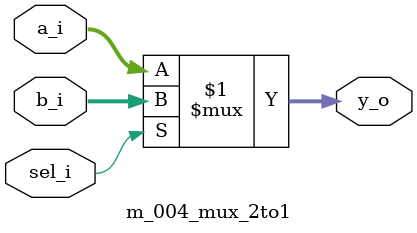
<source format=sv>
`timescale 1ns / 1ps

/*2:1 multiplexer. This is a combinational circuit that selects one of two 
inputs (A and B) based on a control signal, producing an output Y. It's a 
commonly used building block in digital circuits*/

//////////////////////////////////////////////////////////////////////////////////


module m_004_mux_2to1(
    input logic [7:0] a_i,
    input logic [7:0] b_i,
    input logic sel_i,
    output logic [7:0] y_o
    );
    
assign y_o = sel_i ? b_i : a_i;    

  
endmodule
</source>
